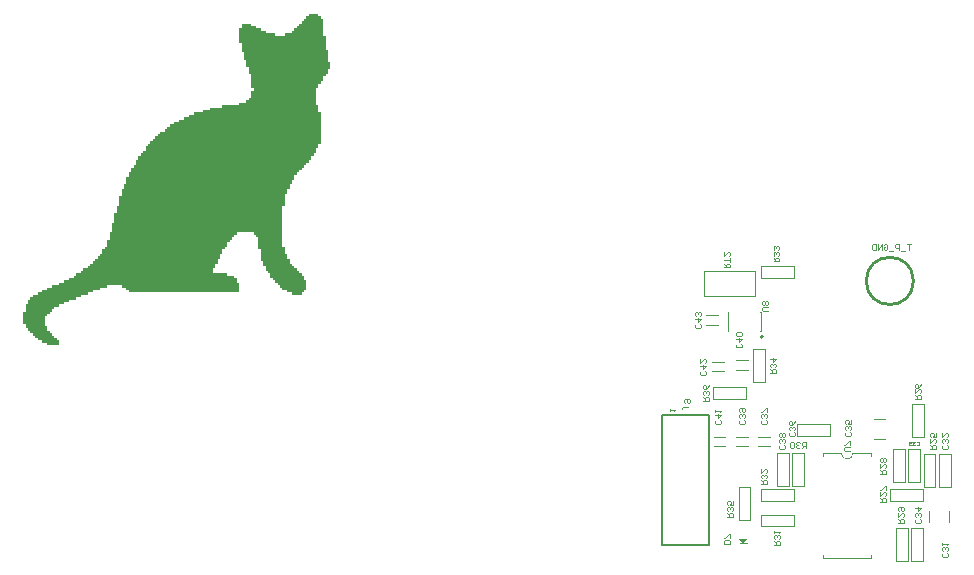
<source format=gbo>
G04*
G04 #@! TF.GenerationSoftware,Altium Limited,Altium Designer,24.2.2 (26)*
G04*
G04 Layer_Color=32896*
%FSLAX25Y25*%
%MOIN*%
G70*
G04*
G04 #@! TF.SameCoordinates,F296BD43-7A1A-4B5F-AFD2-8FBC70BB071E*
G04*
G04*
G04 #@! TF.FilePolarity,Positive*
G04*
G01*
G75*
%ADD10C,0.00787*%
%ADD14C,0.00197*%
%ADD15C,0.00394*%
%ADD20C,0.01000*%
G36*
X179691Y187050D02*
X180491D01*
Y186250D01*
X181291D01*
Y185450D01*
Y184650D01*
Y183850D01*
Y183050D01*
Y182250D01*
Y181450D01*
Y180650D01*
X182091D01*
Y179850D01*
Y179050D01*
Y178250D01*
Y177450D01*
Y176650D01*
Y175850D01*
X182891D01*
Y175050D01*
Y174250D01*
Y173450D01*
Y172650D01*
Y171850D01*
X183691D01*
Y171050D01*
Y170250D01*
Y169450D01*
X182891D01*
Y168650D01*
Y167850D01*
X182091D01*
Y167050D01*
X181291D01*
Y166250D01*
Y165450D01*
X180491D01*
Y164650D01*
X179691D01*
Y163850D01*
Y163050D01*
X178891D01*
Y162250D01*
Y161450D01*
Y160650D01*
Y159850D01*
Y159050D01*
Y158250D01*
Y157450D01*
X179691D01*
Y156650D01*
Y155850D01*
Y155050D01*
X180491D01*
Y154250D01*
Y153450D01*
Y152650D01*
Y151850D01*
Y151050D01*
Y150250D01*
Y149450D01*
Y148650D01*
Y147850D01*
Y147050D01*
Y146250D01*
Y145450D01*
Y144650D01*
X179691D01*
Y143850D01*
Y143050D01*
X178891D01*
Y142250D01*
Y141450D01*
X178091D01*
Y140650D01*
X177291D01*
Y139850D01*
Y139050D01*
X176491D01*
Y138250D01*
X175691D01*
Y137450D01*
X174891D01*
Y136650D01*
X174091D01*
Y135850D01*
X173291D01*
Y135050D01*
X172491D01*
Y134250D01*
X171691D01*
Y133450D01*
Y132650D01*
X170891D01*
Y131850D01*
Y131050D01*
X170091D01*
Y130250D01*
Y129450D01*
X169291D01*
Y128650D01*
Y127850D01*
X168491D01*
Y127050D01*
Y126250D01*
Y125450D01*
Y124650D01*
Y123850D01*
X167691D01*
Y123050D01*
Y122250D01*
Y121450D01*
Y120650D01*
Y119850D01*
Y119050D01*
Y118250D01*
Y117450D01*
Y116650D01*
Y115850D01*
Y115050D01*
Y114250D01*
Y113450D01*
Y112650D01*
Y111850D01*
Y111050D01*
Y110250D01*
X168491D01*
Y109450D01*
Y108650D01*
Y107850D01*
X169291D01*
Y107050D01*
Y106250D01*
X170091D01*
Y105450D01*
Y104650D01*
X170891D01*
Y103850D01*
X171691D01*
Y103050D01*
X172491D01*
Y102250D01*
X173291D01*
Y101450D01*
X174091D01*
Y100650D01*
X174891D01*
Y99850D01*
Y99050D01*
X175691D01*
Y98250D01*
Y97450D01*
Y96650D01*
Y95850D01*
X174891D01*
Y95050D01*
X174091D01*
Y94250D01*
X170891D01*
Y95050D01*
X169291D01*
Y95850D01*
X167691D01*
Y96650D01*
X166891D01*
Y97450D01*
X166091D01*
Y98250D01*
X165291D01*
Y99050D01*
X164491D01*
Y99850D01*
X163691D01*
Y100650D01*
Y101450D01*
X162891D01*
Y102250D01*
X162091D01*
Y103050D01*
Y103850D01*
X161291D01*
Y104650D01*
Y105450D01*
X160491D01*
Y106250D01*
Y107050D01*
Y107850D01*
Y108650D01*
Y109450D01*
X159691D01*
Y110250D01*
Y111050D01*
Y111850D01*
Y112650D01*
Y113450D01*
X158891D01*
Y114250D01*
X158091D01*
Y115050D01*
X152491D01*
Y114250D01*
X151691D01*
Y113450D01*
X150891D01*
Y112650D01*
X150091D01*
Y111850D01*
X149291D01*
Y111050D01*
Y110250D01*
X148491D01*
Y109450D01*
X147691D01*
Y108650D01*
Y107850D01*
X146891D01*
Y107050D01*
Y106250D01*
X146091D01*
Y105450D01*
Y104650D01*
X145291D01*
Y103850D01*
Y103050D01*
X144491D01*
Y102250D01*
Y101450D01*
X149291D01*
Y100650D01*
X151691D01*
Y99850D01*
X152491D01*
Y99050D01*
Y98250D01*
X153291D01*
Y97450D01*
Y96650D01*
Y95850D01*
Y95050D01*
X116491D01*
Y95850D01*
X115691D01*
Y96650D01*
X114091D01*
Y97450D01*
X109291D01*
Y96650D01*
X106891D01*
Y95850D01*
X104491D01*
Y95050D01*
X102891D01*
Y94250D01*
X100491D01*
Y93450D01*
X98891D01*
Y92650D01*
X96491D01*
Y91850D01*
X94891D01*
Y91050D01*
X93291D01*
Y90250D01*
X91691D01*
Y89450D01*
X90891D01*
Y88650D01*
X90091D01*
Y87850D01*
X89291D01*
Y87050D01*
X88491D01*
Y86250D01*
Y85450D01*
Y84650D01*
Y83850D01*
X89291D01*
Y83050D01*
Y82250D01*
X90091D01*
Y81450D01*
X90891D01*
Y80650D01*
X91691D01*
Y79850D01*
X92491D01*
Y79050D01*
X93291D01*
Y78250D01*
Y77450D01*
X89291D01*
Y78250D01*
X87691D01*
Y79050D01*
X86091D01*
Y79850D01*
X85291D01*
Y80650D01*
X84491D01*
Y81450D01*
X83691D01*
Y82250D01*
X82891D01*
Y83050D01*
X82091D01*
Y83850D01*
Y84650D01*
X81291D01*
Y85450D01*
Y86250D01*
Y87050D01*
Y87850D01*
Y88650D01*
X82091D01*
Y89450D01*
Y90250D01*
Y91050D01*
X82891D01*
Y91850D01*
Y92650D01*
X83691D01*
Y93450D01*
X84491D01*
Y94250D01*
X86091D01*
Y95050D01*
X87691D01*
Y95850D01*
X89291D01*
Y96650D01*
X90891D01*
Y97450D01*
X93291D01*
Y98250D01*
X94891D01*
Y99050D01*
X96491D01*
Y99850D01*
X98091D01*
Y100650D01*
X98891D01*
Y101450D01*
X100491D01*
Y102250D01*
X101291D01*
Y103050D01*
X102891D01*
Y103850D01*
X103691D01*
Y104650D01*
X104491D01*
Y105450D01*
X105291D01*
Y106250D01*
X106091D01*
Y107050D01*
X106891D01*
Y107850D01*
X107691D01*
Y108650D01*
Y109450D01*
X108491D01*
Y110250D01*
X109291D01*
Y111050D01*
Y111850D01*
Y112650D01*
X110091D01*
Y113450D01*
Y114250D01*
Y115050D01*
X110891D01*
Y115850D01*
Y116650D01*
Y117450D01*
Y118250D01*
X111691D01*
Y119050D01*
Y119850D01*
Y120650D01*
Y121450D01*
X112491D01*
Y122250D01*
Y123050D01*
Y123850D01*
X113291D01*
Y124650D01*
Y125450D01*
Y126250D01*
Y127050D01*
X114091D01*
Y127850D01*
Y128650D01*
Y129450D01*
X114891D01*
Y130250D01*
Y131050D01*
X115691D01*
Y131850D01*
Y132650D01*
Y133450D01*
X116491D01*
Y134250D01*
Y135050D01*
X117291D01*
Y135850D01*
Y136650D01*
X118091D01*
Y137450D01*
X118891D01*
Y138250D01*
Y139050D01*
X119691D01*
Y139850D01*
Y140650D01*
X120491D01*
Y141450D01*
X121291D01*
Y142250D01*
X122091D01*
Y143050D01*
Y143850D01*
X122891D01*
Y144650D01*
X123691D01*
Y145450D01*
X124491D01*
Y146250D01*
X125291D01*
Y147050D01*
X126091D01*
Y147850D01*
X126891D01*
Y148650D01*
X128491D01*
Y149450D01*
X129291D01*
Y150250D01*
X130091D01*
Y151050D01*
X131691D01*
Y151850D01*
X133291D01*
Y152650D01*
X134891D01*
Y153450D01*
X136491D01*
Y154250D01*
X138091D01*
Y155050D01*
X141291D01*
Y155850D01*
X143691D01*
Y156650D01*
X147691D01*
Y157450D01*
X153291D01*
Y158250D01*
X155691D01*
Y159050D01*
X156491D01*
Y159850D01*
X157291D01*
Y160650D01*
Y161450D01*
Y162250D01*
X158091D01*
Y163050D01*
X157291D01*
Y163850D01*
Y164650D01*
Y165450D01*
Y166250D01*
Y167050D01*
Y167850D01*
X156491D01*
Y168650D01*
Y169450D01*
Y170250D01*
X155691D01*
Y171050D01*
Y171850D01*
Y172650D01*
X154891D01*
Y173450D01*
Y174250D01*
Y175050D01*
X154091D01*
Y175850D01*
Y176650D01*
Y177450D01*
Y178250D01*
X153291D01*
Y179050D01*
Y179850D01*
Y180650D01*
Y181450D01*
Y182250D01*
Y183050D01*
X154091D01*
Y183850D01*
Y184650D01*
X157291D01*
Y183850D01*
X158891D01*
Y183050D01*
X160491D01*
Y182250D01*
X162091D01*
Y181450D01*
X165291D01*
Y180650D01*
X168491D01*
Y181450D01*
X170891D01*
Y182250D01*
X171691D01*
Y183050D01*
X172491D01*
Y183850D01*
X173291D01*
Y184650D01*
X174091D01*
Y185450D01*
X174891D01*
Y186250D01*
X175691D01*
Y187050D01*
X176491D01*
Y187850D01*
X179691D01*
Y187050D01*
D02*
G37*
G36*
X321311Y11347D02*
X322886Y12922D01*
X319737D01*
X321311Y11347D01*
D02*
G37*
D10*
X327848Y80245D02*
G03*
X327848Y80245I-394J0D01*
G01*
X294384Y10953D02*
Y54260D01*
Y10953D02*
X309738D01*
Y54260D01*
X294384D02*
X309738D01*
D14*
X379063Y45058D02*
X379260Y45255D01*
X379654D01*
X379850Y45058D01*
Y44271D01*
X379654Y44074D01*
X379260D01*
X379063Y44271D01*
X378670Y45058D02*
X378473Y45255D01*
X378079D01*
X377883Y45058D01*
Y44861D01*
X378079Y44664D01*
X378276D01*
X378079D01*
X377883Y44467D01*
Y44271D01*
X378079Y44074D01*
X378473D01*
X378670Y44271D01*
X377489Y45058D02*
X377292Y45255D01*
X376899D01*
X376702Y45058D01*
Y44861D01*
X376899Y44664D01*
X377095D01*
X376899D01*
X376702Y44467D01*
Y44271D01*
X376899Y44074D01*
X377292D01*
X377489Y44271D01*
D15*
X353958Y41484D02*
G03*
X357895Y41484I1969J0D01*
G01*
X381391Y30245D02*
X385328D01*
X381391D02*
Y41268D01*
X385328D01*
Y30245D02*
Y41268D01*
X390446Y30245D02*
Y41268D01*
X386509D02*
X390446D01*
X386509Y30245D02*
Y41268D01*
Y30245D02*
X390446D01*
X376273Y31745D02*
X380210D01*
X376273D02*
Y42768D01*
X380210D01*
Y31745D02*
Y42768D01*
X371155Y31745D02*
X375092D01*
X371155D02*
Y42768D01*
X375092D01*
Y31745D02*
Y42768D01*
X326903Y88512D02*
X327061D01*
Y82213D02*
Y88512D01*
X326903Y82213D02*
X327061D01*
X316076Y82253D02*
X316195D01*
X316076D02*
Y88552D01*
X316195D01*
X308360Y93906D02*
Y102016D01*
Y93906D02*
X325289D01*
X308360Y102016D02*
X325289D01*
Y93906D02*
Y102016D01*
X308950Y87331D02*
X312888D01*
X308950Y84182D02*
X312888D01*
X318793Y69221D02*
X322730D01*
X318793Y72371D02*
X322730D01*
X310919Y68827D02*
X314856D01*
X310919Y71977D02*
X314856D01*
X339264Y47146D02*
Y51083D01*
X350288D01*
Y47146D02*
Y51083D01*
X339264Y47146D02*
X350288D01*
X364935Y46111D02*
X368714D01*
X364935Y52961D02*
X368714D01*
X348052Y40500D02*
Y41484D01*
X363800Y40500D02*
Y41484D01*
X348052Y6445D02*
Y7429D01*
Y6445D02*
X363800D01*
Y7429D01*
X348052Y41484D02*
X353958D01*
X357895D02*
X363800D01*
X377380Y5591D02*
X381317D01*
X377380D02*
Y16615D01*
X381317D01*
Y5591D02*
Y16615D01*
X337572Y30545D02*
X341509D01*
X337572D02*
Y41568D01*
X341509D01*
Y30545D02*
Y41568D01*
X332454D02*
X336391D01*
Y30545D02*
Y41568D01*
X332454Y30545D02*
X336391D01*
X332454D02*
Y41568D01*
X327314Y25596D02*
Y29533D01*
X338338D01*
Y25596D02*
Y29533D01*
X327314Y25596D02*
X338338D01*
X327114Y17046D02*
Y20983D01*
X338138D01*
Y17046D02*
Y20983D01*
X327114Y17046D02*
X338138D01*
X320130Y11347D02*
X322493D01*
X319737Y19221D02*
X323674D01*
X319737D02*
Y30245D01*
X323674D01*
Y19221D02*
Y30245D01*
X322338Y59396D02*
Y63333D01*
X311314Y59396D02*
X322338D01*
X311314D02*
Y63333D01*
X322338D01*
X389935Y18512D02*
Y22292D01*
X383084Y18512D02*
Y22292D01*
X381391Y46780D02*
Y57804D01*
X377454D02*
X381391D01*
X377454Y46780D02*
Y57804D01*
Y46780D02*
X381391D01*
X338084Y99930D02*
Y103867D01*
X327061Y99930D02*
X338084D01*
X327061D02*
Y103867D01*
X338084D01*
X370364Y25596D02*
X381388D01*
Y29533D01*
X370364D02*
X381388D01*
X370364Y25596D02*
Y29533D01*
X376199Y5591D02*
Y16615D01*
X372262D02*
X376199D01*
X372262Y5591D02*
Y16615D01*
Y5591D02*
X376199D01*
X324698Y76307D02*
X328636D01*
Y65284D02*
Y76307D01*
X324698Y65284D02*
X328636D01*
X324698D02*
Y76307D01*
X318886Y46848D02*
X322823D01*
X318886Y43699D02*
X322823D01*
X326366Y46848D02*
X330303D01*
X326366Y43699D02*
X330303D01*
X311406Y46848D02*
X315343D01*
X311406Y43699D02*
X315343D01*
X377244Y110997D02*
X375932D01*
X376588D01*
Y109029D01*
X375276Y108701D02*
X373964D01*
X373308Y109029D02*
Y110997D01*
X372324D01*
X371996Y110669D01*
Y110013D01*
X372324Y109685D01*
X373308D01*
X371340Y108701D02*
X370029D01*
X368061Y110669D02*
X368389Y110997D01*
X369045D01*
X369373Y110669D01*
Y109357D01*
X369045Y109029D01*
X368389D01*
X368061Y109357D01*
Y110013D01*
X368717D01*
X367405Y109029D02*
Y110997D01*
X366093Y109029D01*
Y110997D01*
X365437D02*
Y109029D01*
X364453D01*
X364125Y109357D01*
Y110669D01*
X364453Y110997D01*
X365437D01*
X296746Y55441D02*
Y56097D01*
Y55769D01*
X298714D01*
X298386Y55441D01*
X300814Y56074D02*
Y56402D01*
X301142Y56730D01*
X302782D01*
X301798Y58042D02*
X301470Y58370D01*
Y59026D01*
X301798Y59354D01*
X303110D01*
X303438Y59026D01*
Y58370D01*
X303110Y58042D01*
X302782D01*
X302454Y58370D01*
Y59354D01*
X329660Y88974D02*
X328020D01*
X327692Y89302D01*
Y89958D01*
X328020Y90286D01*
X329660D01*
X329332Y90942D02*
X329660Y91270D01*
Y91926D01*
X329332Y92254D01*
X329004D01*
X328676Y91926D01*
X328348Y92254D01*
X328020D01*
X327692Y91926D01*
Y91270D01*
X328020Y90942D01*
X328348D01*
X328676Y91270D01*
X329004Y90942D01*
X329332D01*
X328676Y91270D02*
Y91926D01*
X356760Y42324D02*
X355120D01*
X354792Y42652D01*
Y43308D01*
X355120Y43636D01*
X356760D01*
Y44292D02*
Y45604D01*
X356432D01*
X355120Y44292D01*
X354792D01*
X314942Y103340D02*
X316910D01*
Y104324D01*
X316582Y104652D01*
X315926D01*
X315598Y104324D01*
Y103340D01*
Y103996D02*
X314942Y104652D01*
X316910Y105308D02*
Y106620D01*
Y105964D01*
X314942D01*
Y108588D02*
Y107276D01*
X316254Y108588D01*
X316582D01*
X316910Y108260D01*
Y107604D01*
X316582Y107276D01*
X331392Y105341D02*
X333360D01*
Y106324D01*
X333032Y106652D01*
X332376D01*
X332048Y106324D01*
Y105341D01*
Y105996D02*
X331392Y106652D01*
X333032Y107308D02*
X333360Y107636D01*
Y108292D01*
X333032Y108620D01*
X332704D01*
X332376Y108292D01*
Y107964D01*
Y108292D01*
X332048Y108620D01*
X331720D01*
X331392Y108292D01*
Y107636D01*
X331720Y107308D01*
X333032Y109276D02*
X333360Y109604D01*
Y110260D01*
X333032Y110588D01*
X332704D01*
X332376Y110260D01*
Y109932D01*
Y110260D01*
X332048Y110588D01*
X331720D01*
X331392Y110260D01*
Y109604D01*
X331720Y109276D01*
X307842Y58941D02*
X309810D01*
Y59924D01*
X309482Y60252D01*
X308826D01*
X308498Y59924D01*
Y58941D01*
Y59597D02*
X307842Y60252D01*
X309482Y60908D02*
X309810Y61236D01*
Y61892D01*
X309482Y62220D01*
X309154D01*
X308826Y61892D01*
Y61564D01*
Y61892D01*
X308498Y62220D01*
X308170D01*
X307842Y61892D01*
Y61236D01*
X308170Y60908D01*
X309810Y64188D02*
X309482Y63532D01*
X308826Y62876D01*
X308170D01*
X307842Y63204D01*
Y63860D01*
X308170Y64188D01*
X308498D01*
X308826Y63860D01*
Y62876D01*
X330092Y68041D02*
X332060D01*
Y69024D01*
X331732Y69352D01*
X331076D01*
X330748Y69024D01*
Y68041D01*
Y68696D02*
X330092Y69352D01*
X331732Y70008D02*
X332060Y70336D01*
Y70992D01*
X331732Y71320D01*
X331404D01*
X331076Y70992D01*
Y70664D01*
Y70992D01*
X330748Y71320D01*
X330420D01*
X330092Y70992D01*
Y70336D01*
X330420Y70008D01*
X330092Y72960D02*
X332060D01*
X331076Y71976D01*
Y73288D01*
X372992Y18240D02*
X374960D01*
Y19224D01*
X374632Y19552D01*
X373976D01*
X373648Y19224D01*
Y18240D01*
Y18896D02*
X372992Y19552D01*
Y21520D02*
Y20208D01*
X374304Y21520D01*
X374632D01*
X374960Y21192D01*
Y20536D01*
X374632Y20208D01*
X373320Y22176D02*
X372992Y22504D01*
Y23160D01*
X373320Y23488D01*
X374632D01*
X374960Y23160D01*
Y22504D01*
X374632Y22176D01*
X374304D01*
X373976Y22504D01*
Y23488D01*
X378642Y59390D02*
X380610D01*
Y60374D01*
X380282Y60702D01*
X379626D01*
X379298Y60374D01*
Y59390D01*
Y60046D02*
X378642Y60702D01*
Y62670D02*
Y61358D01*
X379954Y62670D01*
X380282D01*
X380610Y62342D01*
Y61686D01*
X380282Y61358D01*
X380610Y64638D02*
X380282Y63982D01*
X379626Y63326D01*
X378970D01*
X378642Y63654D01*
Y64310D01*
X378970Y64638D01*
X379298D01*
X379626Y64310D01*
Y63326D01*
X331492Y10968D02*
X333460D01*
Y11952D01*
X333132Y12280D01*
X332476D01*
X332148Y11952D01*
Y10968D01*
Y11624D02*
X331492Y12280D01*
X333132Y12936D02*
X333460Y13264D01*
Y13920D01*
X333132Y14248D01*
X332804D01*
X332476Y13920D01*
Y13592D01*
Y13920D01*
X332148Y14248D01*
X331820D01*
X331492Y13920D01*
Y13264D01*
X331820Y12936D01*
X331492Y14904D02*
Y15560D01*
Y15232D01*
X333460D01*
X333132Y14904D01*
X383492Y42840D02*
X385460D01*
Y43824D01*
X385132Y44152D01*
X384476D01*
X384148Y43824D01*
Y42840D01*
Y43496D02*
X383492Y44152D01*
Y46120D02*
Y44808D01*
X384804Y46120D01*
X385132D01*
X385460Y45792D01*
Y45136D01*
X385132Y44808D01*
X385460Y48088D02*
Y46776D01*
X384476D01*
X384804Y47432D01*
Y47760D01*
X384476Y48088D01*
X383820D01*
X383492Y47760D01*
Y47104D01*
X383820Y46776D01*
X327092Y31040D02*
X329060D01*
Y32024D01*
X328732Y32352D01*
X328076D01*
X327748Y32024D01*
Y31040D01*
Y31696D02*
X327092Y32352D01*
X328732Y33008D02*
X329060Y33336D01*
Y33992D01*
X328732Y34320D01*
X328404D01*
X328076Y33992D01*
Y33664D01*
Y33992D01*
X327748Y34320D01*
X327420D01*
X327092Y33992D01*
Y33336D01*
X327420Y33008D01*
X327092Y36288D02*
Y34976D01*
X328404Y36288D01*
X328732D01*
X329060Y35960D01*
Y35304D01*
X328732Y34976D01*
X366992Y25091D02*
X368960D01*
Y26074D01*
X368632Y26402D01*
X367976D01*
X367648Y26074D01*
Y25091D01*
Y25746D02*
X366992Y26402D01*
Y28370D02*
Y27058D01*
X368304Y28370D01*
X368632D01*
X368960Y28042D01*
Y27386D01*
X368632Y27058D01*
X368960Y29026D02*
Y30338D01*
X368632D01*
X367320Y29026D01*
X366992D01*
X315892Y20090D02*
X317860D01*
Y21074D01*
X317532Y21402D01*
X316876D01*
X316548Y21074D01*
Y20090D01*
Y20746D02*
X315892Y21402D01*
X317532Y22058D02*
X317860Y22386D01*
Y23042D01*
X317532Y23370D01*
X317204D01*
X316876Y23042D01*
Y22714D01*
Y23042D01*
X316548Y23370D01*
X316220D01*
X315892Y23042D01*
Y22386D01*
X316220Y22058D01*
X317860Y25338D02*
Y24026D01*
X316876D01*
X317204Y24682D01*
Y25010D01*
X316876Y25338D01*
X316220D01*
X315892Y25010D01*
Y24354D01*
X316220Y24026D01*
X366942Y34490D02*
X368910D01*
Y35474D01*
X368582Y35802D01*
X367926D01*
X367598Y35474D01*
Y34490D01*
Y35146D02*
X366942Y35802D01*
Y37770D02*
Y36458D01*
X368254Y37770D01*
X368582D01*
X368910Y37442D01*
Y36786D01*
X368582Y36458D01*
Y38426D02*
X368910Y38754D01*
Y39410D01*
X368582Y39738D01*
X368254D01*
X367926Y39410D01*
X367598Y39738D01*
X367270D01*
X366942Y39410D01*
Y38754D01*
X367270Y38426D01*
X367598D01*
X367926Y38754D01*
X368254Y38426D01*
X368582D01*
X367926Y38754D02*
Y39410D01*
X342250Y43130D02*
Y45098D01*
X341266D01*
X340938Y44770D01*
Y44114D01*
X341266Y43786D01*
X342250D01*
X341594D02*
X340938Y43130D01*
X340282Y44770D02*
X339954Y45098D01*
X339298D01*
X338970Y44770D01*
Y44442D01*
X339298Y44114D01*
X339626D01*
X339298D01*
X338970Y43786D01*
Y43458D01*
X339298Y43130D01*
X339954D01*
X340282Y43458D01*
X338314Y44770D02*
X337986Y45098D01*
X337330D01*
X337002Y44770D01*
Y43458D01*
X337330Y43130D01*
X337986D01*
X338314Y43458D01*
Y44770D01*
X317010Y11324D02*
X315042D01*
Y12308D01*
X315370Y12636D01*
X316682D01*
X317010Y12308D01*
Y11324D01*
Y13292D02*
Y14604D01*
X316682D01*
X315370Y13292D01*
X315042D01*
X308682Y68952D02*
X309010Y68624D01*
Y67968D01*
X308682Y67641D01*
X307370D01*
X307042Y67968D01*
Y68624D01*
X307370Y68952D01*
X307042Y70592D02*
X309010D01*
X308026Y69608D01*
Y70920D01*
X307042Y72888D02*
Y71576D01*
X308354Y72888D01*
X308682D01*
X309010Y72560D01*
Y71904D01*
X308682Y71576D01*
X320482Y77977D02*
X320810Y77649D01*
Y76994D01*
X320482Y76666D01*
X319170D01*
X318842Y76994D01*
Y77649D01*
X319170Y77977D01*
X318842Y79617D02*
X320810D01*
X319826Y78633D01*
Y79945D01*
X320482Y80601D02*
X320810Y80929D01*
Y81585D01*
X320482Y81913D01*
X319170D01*
X318842Y81585D01*
Y80929D01*
X319170Y80601D01*
X320482D01*
X306882Y84602D02*
X307210Y84274D01*
Y83618D01*
X306882Y83290D01*
X305570D01*
X305242Y83618D01*
Y84274D01*
X305570Y84602D01*
X305242Y86242D02*
X307210D01*
X306226Y85258D01*
Y86570D01*
X306882Y87226D02*
X307210Y87554D01*
Y88210D01*
X306882Y88538D01*
X306554D01*
X306226Y88210D01*
Y87882D01*
Y88210D01*
X305898Y88538D01*
X305570D01*
X305242Y88210D01*
Y87554D01*
X305570Y87226D01*
X380082Y19452D02*
X380410Y19124D01*
Y18469D01*
X380082Y18140D01*
X378770D01*
X378442Y18469D01*
Y19124D01*
X378770Y19452D01*
X380082Y20108D02*
X380410Y20436D01*
Y21092D01*
X380082Y21420D01*
X379754D01*
X379426Y21092D01*
Y20764D01*
Y21092D01*
X379098Y21420D01*
X378770D01*
X378442Y21092D01*
Y20436D01*
X378770Y20108D01*
X378442Y23060D02*
X380410D01*
X379426Y22076D01*
Y23388D01*
X338182Y48352D02*
X338510Y48024D01*
Y47368D01*
X338182Y47041D01*
X336870D01*
X336542Y47368D01*
Y48024D01*
X336870Y48352D01*
X338182Y49008D02*
X338510Y49336D01*
Y49992D01*
X338182Y50320D01*
X337854D01*
X337526Y49992D01*
Y49664D01*
Y49992D01*
X337198Y50320D01*
X336870D01*
X336542Y49992D01*
Y49336D01*
X336870Y49008D01*
X338510Y52288D02*
X338182Y51632D01*
X337526Y50976D01*
X336870D01*
X336542Y51304D01*
Y51960D01*
X336870Y52288D01*
X337198D01*
X337526Y51960D01*
Y50976D01*
X356882Y48402D02*
X357210Y48074D01*
Y47418D01*
X356882Y47091D01*
X355570D01*
X355242Y47418D01*
Y48074D01*
X355570Y48402D01*
X356882Y49058D02*
X357210Y49386D01*
Y50042D01*
X356882Y50370D01*
X356554D01*
X356226Y50042D01*
Y49714D01*
Y50042D01*
X355898Y50370D01*
X355570D01*
X355242Y50042D01*
Y49386D01*
X355570Y49058D01*
X357210Y52338D02*
Y51026D01*
X356226D01*
X356554Y51682D01*
Y52010D01*
X356226Y52338D01*
X355570D01*
X355242Y52010D01*
Y51354D01*
X355570Y51026D01*
X389332Y44152D02*
X389660Y43824D01*
Y43169D01*
X389332Y42840D01*
X388020D01*
X387692Y43169D01*
Y43824D01*
X388020Y44152D01*
X389332Y44808D02*
X389660Y45136D01*
Y45792D01*
X389332Y46120D01*
X389004D01*
X388676Y45792D01*
Y45464D01*
Y45792D01*
X388348Y46120D01*
X388020D01*
X387692Y45792D01*
Y45136D01*
X388020Y44808D01*
X387692Y48088D02*
Y46776D01*
X389004Y48088D01*
X389332D01*
X389660Y47760D01*
Y47104D01*
X389332Y46776D01*
X328932Y52452D02*
X329260Y52124D01*
Y51468D01*
X328932Y51140D01*
X327620D01*
X327292Y51468D01*
Y52124D01*
X327620Y52452D01*
X328932Y53108D02*
X329260Y53436D01*
Y54092D01*
X328932Y54420D01*
X328604D01*
X328276Y54092D01*
Y53764D01*
Y54092D01*
X327948Y54420D01*
X327620D01*
X327292Y54092D01*
Y53436D01*
X327620Y53108D01*
X329260Y55076D02*
Y56388D01*
X328932D01*
X327620Y55076D01*
X327292D01*
X321432Y52452D02*
X321760Y52124D01*
Y51468D01*
X321432Y51140D01*
X320120D01*
X319792Y51468D01*
Y52124D01*
X320120Y52452D01*
X321432Y53108D02*
X321760Y53436D01*
Y54092D01*
X321432Y54420D01*
X321104D01*
X320776Y54092D01*
Y53764D01*
Y54092D01*
X320448Y54420D01*
X320120D01*
X319792Y54092D01*
Y53436D01*
X320120Y53108D01*
Y55076D02*
X319792Y55404D01*
Y56060D01*
X320120Y56388D01*
X321432D01*
X321760Y56060D01*
Y55404D01*
X321432Y55076D01*
X321104D01*
X320776Y55404D01*
Y56388D01*
X313532Y52452D02*
X313860Y52124D01*
Y51468D01*
X313532Y51140D01*
X312220D01*
X311892Y51468D01*
Y52124D01*
X312220Y52452D01*
X311892Y54092D02*
X313860D01*
X312876Y53108D01*
Y54420D01*
X311892Y55076D02*
Y55732D01*
Y55404D01*
X313860D01*
X313532Y55076D01*
X334732Y44302D02*
X335060Y43974D01*
Y43319D01*
X334732Y42990D01*
X333420D01*
X333092Y43319D01*
Y43974D01*
X333420Y44302D01*
X334732Y44958D02*
X335060Y45286D01*
Y45942D01*
X334732Y46270D01*
X334404D01*
X334076Y45942D01*
Y45614D01*
Y45942D01*
X333748Y46270D01*
X333420D01*
X333092Y45942D01*
Y45286D01*
X333420Y44958D01*
X334732Y46926D02*
X335060Y47254D01*
Y47910D01*
X334732Y48238D01*
X334404D01*
X334076Y47910D01*
X333748Y48238D01*
X333420D01*
X333092Y47910D01*
Y47254D01*
X333420Y46926D01*
X333748D01*
X334076Y47254D01*
X334404Y46926D01*
X334732D01*
X334076Y47254D02*
Y47910D01*
X389232Y8230D02*
X389560Y7902D01*
Y7247D01*
X389232Y6919D01*
X387920D01*
X387592Y7247D01*
Y7902D01*
X387920Y8230D01*
X389232Y8886D02*
X389560Y9214D01*
Y9870D01*
X389232Y10198D01*
X388904D01*
X388576Y9870D01*
Y9542D01*
Y9870D01*
X388248Y10198D01*
X387920D01*
X387592Y9870D01*
Y9214D01*
X387920Y8886D01*
X387592Y10854D02*
Y11510D01*
Y11182D01*
X389560D01*
X389232Y10854D01*
D20*
X378031Y98858D02*
G03*
X378031Y98858I-7874J0D01*
G01*
M02*

</source>
